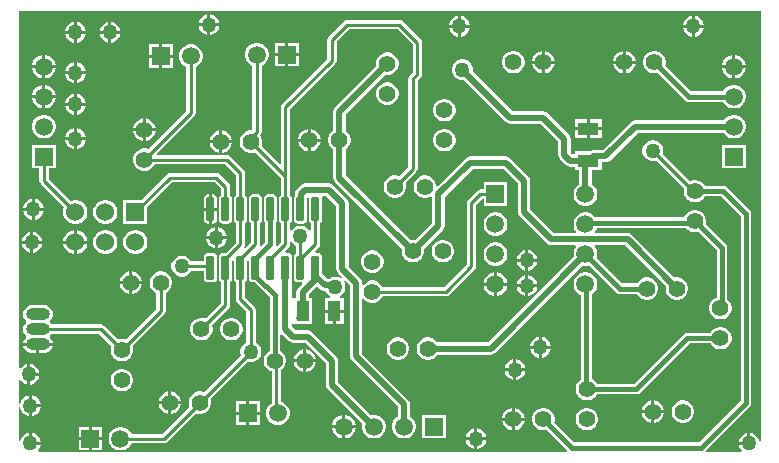
<source format=gtl>
G04*
G04 #@! TF.GenerationSoftware,Altium Limited,Altium Designer,22.2.1 (43)*
G04*
G04 Layer_Physical_Order=1*
G04 Layer_Color=255*
%FSLAX25Y25*%
%MOIN*%
G70*
G04*
G04 #@! TF.SameCoordinates,22AEFC0F-6C44-4056-8772-BC97FD4EFD78*
G04*
G04*
G04 #@! TF.FilePolarity,Positive*
G04*
G01*
G75*
%ADD11C,0.01000*%
%ADD15R,0.04331X0.06693*%
G04:AMPARAMS|DCode=16|XSize=77.56mil|YSize=23.62mil|CornerRadius=2.95mil|HoleSize=0mil|Usage=FLASHONLY|Rotation=270.000|XOffset=0mil|YOffset=0mil|HoleType=Round|Shape=RoundedRectangle|*
%AMROUNDEDRECTD16*
21,1,0.07756,0.01772,0,0,270.0*
21,1,0.07165,0.02362,0,0,270.0*
1,1,0.00591,-0.00886,-0.03583*
1,1,0.00591,-0.00886,0.03583*
1,1,0.00591,0.00886,0.03583*
1,1,0.00591,0.00886,-0.03583*
%
%ADD16ROUNDEDRECTD16*%
%ADD17R,0.06693X0.04331*%
%ADD32C,0.02000*%
%ADD33C,0.01500*%
%ADD34C,0.05937*%
%ADD35R,0.05937X0.05937*%
%ADD36C,0.05512*%
%ADD37R,0.05906X0.05906*%
%ADD38C,0.05906*%
%ADD39R,0.05906X0.05906*%
%ADD40R,0.06000X0.06000*%
%ADD41C,0.06000*%
%ADD42O,0.07874X0.03937*%
%ADD43O,0.07874X0.03937*%
%ADD44C,0.05000*%
G36*
X248971Y5136D02*
X248471Y5071D01*
X248261Y5851D01*
X247801Y6649D01*
X247149Y7301D01*
X246351Y7762D01*
X245500Y7989D01*
Y4500D01*
X245000D01*
Y4000D01*
X241511D01*
X241739Y3149D01*
X242199Y2351D01*
X242521Y2029D01*
X242314Y1529D01*
X230760D01*
X230553Y2029D01*
X245262Y16738D01*
X245262Y16738D01*
X245649Y17317D01*
X245784Y18000D01*
Y81000D01*
X245649Y81683D01*
X245262Y82262D01*
X237762Y89762D01*
X237183Y90149D01*
X236500Y90284D01*
X230307D01*
X230006Y90806D01*
X229306Y91505D01*
X228450Y92000D01*
X227495Y92256D01*
X226505D01*
X225550Y92000D01*
X225305Y91858D01*
X216315Y100848D01*
X216500Y101539D01*
Y102461D01*
X216262Y103351D01*
X215801Y104149D01*
X215149Y104801D01*
X214351Y105262D01*
X213461Y105500D01*
X212539D01*
X211649Y105262D01*
X210851Y104801D01*
X210199Y104149D01*
X209738Y103351D01*
X209500Y102461D01*
Y101539D01*
X209738Y100649D01*
X210199Y99851D01*
X210851Y99199D01*
X211649Y98738D01*
X212539Y98500D01*
X213461D01*
X214152Y98685D01*
X223371Y89467D01*
X223244Y88994D01*
Y88006D01*
X223500Y87050D01*
X223994Y86194D01*
X224694Y85495D01*
X225550Y85000D01*
X226505Y84744D01*
X227495D01*
X228450Y85000D01*
X229306Y85495D01*
X230006Y86194D01*
X230307Y86716D01*
X235761D01*
X242216Y80261D01*
Y18739D01*
X228261Y4784D01*
X186739D01*
X180100Y11423D01*
X180256Y12005D01*
Y12994D01*
X180000Y13950D01*
X179506Y14806D01*
X178806Y15506D01*
X177950Y16000D01*
X176995Y16256D01*
X176005D01*
X175050Y16000D01*
X174194Y15506D01*
X173495Y14806D01*
X173000Y13950D01*
X172744Y12994D01*
Y12005D01*
X173000Y11050D01*
X173495Y10194D01*
X174194Y9494D01*
X175050Y9000D01*
X176005Y8744D01*
X176995D01*
X177577Y8900D01*
X184447Y2029D01*
X184240Y1529D01*
X8186D01*
X7979Y2029D01*
X8301Y2351D01*
X8761Y3149D01*
X8990Y4000D01*
X5500D01*
Y4500D01*
X5000D01*
Y7989D01*
X4149Y7762D01*
X3351Y7301D01*
X2699Y6649D01*
X2238Y5851D01*
X2029Y5071D01*
X1529Y5136D01*
Y16364D01*
X2029Y16430D01*
X2238Y15649D01*
X2699Y14851D01*
X3351Y14199D01*
X4149Y13738D01*
X5000Y13510D01*
Y17000D01*
Y20490D01*
X4149Y20261D01*
X3351Y19801D01*
X2699Y19149D01*
X2238Y18351D01*
X2029Y17571D01*
X1529Y17636D01*
Y25511D01*
X2029Y25645D01*
X2199Y25351D01*
X2851Y24699D01*
X3649Y24238D01*
X4500Y24011D01*
Y27500D01*
Y30990D01*
X3649Y30762D01*
X2851Y30301D01*
X2199Y29649D01*
X2029Y29355D01*
X1529Y29489D01*
Y148471D01*
X248971D01*
Y5136D01*
D02*
G37*
%LPC*%
G36*
X65500Y147490D02*
Y144500D01*
X68489D01*
X68261Y145351D01*
X67801Y146149D01*
X67149Y146801D01*
X66351Y147262D01*
X65500Y147490D01*
D02*
G37*
G36*
X64500D02*
X63649Y147262D01*
X62851Y146801D01*
X62199Y146149D01*
X61739Y145351D01*
X61510Y144500D01*
X64500D01*
Y147490D01*
D02*
G37*
G36*
X227000Y146990D02*
Y144000D01*
X229990D01*
X229762Y144851D01*
X229301Y145649D01*
X228649Y146301D01*
X227851Y146762D01*
X227000Y146990D01*
D02*
G37*
G36*
X226000D02*
X225149Y146762D01*
X224351Y146301D01*
X223699Y145649D01*
X223238Y144851D01*
X223010Y144000D01*
X226000D01*
Y146990D01*
D02*
G37*
G36*
X149000D02*
Y144000D01*
X151989D01*
X151761Y144851D01*
X151301Y145649D01*
X150649Y146301D01*
X149851Y146762D01*
X149000Y146990D01*
D02*
G37*
G36*
X148000D02*
X147149Y146762D01*
X146351Y146301D01*
X145699Y145649D01*
X145238Y144851D01*
X145010Y144000D01*
X148000D01*
Y146990D01*
D02*
G37*
G36*
X32500Y144990D02*
Y142000D01*
X35489D01*
X35261Y142851D01*
X34801Y143649D01*
X34149Y144301D01*
X33351Y144762D01*
X32500Y144990D01*
D02*
G37*
G36*
X31500D02*
X30649Y144762D01*
X29851Y144301D01*
X29199Y143649D01*
X28738Y142851D01*
X28510Y142000D01*
X31500D01*
Y144990D01*
D02*
G37*
G36*
X21000D02*
Y142000D01*
X23990D01*
X23762Y142851D01*
X23301Y143649D01*
X22649Y144301D01*
X21851Y144762D01*
X21000Y144990D01*
D02*
G37*
G36*
X20000D02*
X19149Y144762D01*
X18351Y144301D01*
X17699Y143649D01*
X17239Y142851D01*
X17010Y142000D01*
X20000D01*
Y144990D01*
D02*
G37*
G36*
X68489Y143500D02*
X65500D01*
Y140510D01*
X66351Y140738D01*
X67149Y141199D01*
X67801Y141851D01*
X68261Y142649D01*
X68489Y143500D01*
D02*
G37*
G36*
X64500D02*
X61510D01*
X61739Y142649D01*
X62199Y141851D01*
X62851Y141199D01*
X63649Y140738D01*
X64500Y140510D01*
Y143500D01*
D02*
G37*
G36*
X229990Y143000D02*
X227000D01*
Y140010D01*
X227851Y140238D01*
X228649Y140699D01*
X229301Y141351D01*
X229762Y142149D01*
X229990Y143000D01*
D02*
G37*
G36*
X226000D02*
X223010D01*
X223238Y142149D01*
X223699Y141351D01*
X224351Y140699D01*
X225149Y140238D01*
X226000Y140010D01*
Y143000D01*
D02*
G37*
G36*
X151989D02*
X149000D01*
Y140010D01*
X149851Y140238D01*
X150649Y140699D01*
X151301Y141351D01*
X151761Y142149D01*
X151989Y143000D01*
D02*
G37*
G36*
X148000D02*
X145010D01*
X145238Y142149D01*
X145699Y141351D01*
X146351Y140699D01*
X147149Y140238D01*
X148000Y140010D01*
Y143000D01*
D02*
G37*
G36*
X35489Y141000D02*
X32500D01*
Y138011D01*
X33351Y138239D01*
X34149Y138699D01*
X34801Y139351D01*
X35261Y140149D01*
X35489Y141000D01*
D02*
G37*
G36*
X31500D02*
X28510D01*
X28738Y140149D01*
X29199Y139351D01*
X29851Y138699D01*
X30649Y138239D01*
X31500Y138011D01*
Y141000D01*
D02*
G37*
G36*
X23990D02*
X21000D01*
Y138011D01*
X21851Y138239D01*
X22649Y138699D01*
X23301Y139351D01*
X23762Y140149D01*
X23990Y141000D01*
D02*
G37*
G36*
X20000D02*
X17010D01*
X17239Y140149D01*
X17699Y139351D01*
X18351Y138699D01*
X19149Y138239D01*
X20000Y138011D01*
Y141000D01*
D02*
G37*
G36*
X94953Y137953D02*
X91500D01*
Y134500D01*
X94953D01*
Y137953D01*
D02*
G37*
G36*
X90500D02*
X87047D01*
Y134500D01*
X90500D01*
Y137953D01*
D02*
G37*
G36*
X52953Y137453D02*
X49500D01*
Y134000D01*
X52953D01*
Y137453D01*
D02*
G37*
G36*
X48500D02*
X45047D01*
Y134000D01*
X48500D01*
Y137453D01*
D02*
G37*
G36*
X177000Y135254D02*
Y132000D01*
X180254D01*
X180000Y132950D01*
X179506Y133806D01*
X178806Y134505D01*
X177950Y135000D01*
X177000Y135254D01*
D02*
G37*
G36*
X204000D02*
Y132000D01*
X207254D01*
X207000Y132950D01*
X206505Y133806D01*
X205806Y134505D01*
X204950Y135000D01*
X204000Y135254D01*
D02*
G37*
G36*
X203000D02*
X202050Y135000D01*
X201194Y134505D01*
X200495Y133806D01*
X200000Y132950D01*
X199746Y132000D01*
X203000D01*
Y135254D01*
D02*
G37*
G36*
X176000D02*
X175050Y135000D01*
X174194Y134505D01*
X173495Y133806D01*
X173000Y132950D01*
X172746Y132000D01*
X176000D01*
Y135254D01*
D02*
G37*
G36*
X240520Y133953D02*
X240500D01*
Y130500D01*
X243953D01*
Y130520D01*
X243683Y131526D01*
X243163Y132427D01*
X242427Y133163D01*
X241526Y133683D01*
X240520Y133953D01*
D02*
G37*
G36*
X10520D02*
X10500D01*
Y130500D01*
X13953D01*
Y130520D01*
X13683Y131526D01*
X13163Y132427D01*
X12427Y133163D01*
X11526Y133683D01*
X10520Y133953D01*
D02*
G37*
G36*
X9500D02*
X9480D01*
X8474Y133683D01*
X7573Y133163D01*
X6837Y132427D01*
X6317Y131526D01*
X6047Y130520D01*
Y130500D01*
X9500D01*
Y133953D01*
D02*
G37*
G36*
X239500D02*
X239480D01*
X238474Y133683D01*
X237573Y133163D01*
X236837Y132427D01*
X236317Y131526D01*
X236047Y130520D01*
Y130500D01*
X239500D01*
Y133953D01*
D02*
G37*
G36*
X94953Y133500D02*
X91500D01*
Y130047D01*
X94953D01*
Y133500D01*
D02*
G37*
G36*
X90500D02*
X87047D01*
Y130047D01*
X90500D01*
Y133500D01*
D02*
G37*
G36*
X52953Y133000D02*
X49500D01*
Y129547D01*
X52953D01*
Y133000D01*
D02*
G37*
G36*
X48500D02*
X45047D01*
Y129547D01*
X48500D01*
Y133000D01*
D02*
G37*
G36*
X21000Y131490D02*
Y128500D01*
X23990D01*
X23762Y129351D01*
X23301Y130149D01*
X22649Y130801D01*
X21851Y131262D01*
X21000Y131490D01*
D02*
G37*
G36*
X20000D02*
X19149Y131262D01*
X18351Y130801D01*
X17699Y130149D01*
X17239Y129351D01*
X17010Y128500D01*
X20000D01*
Y131490D01*
D02*
G37*
G36*
X180254Y131000D02*
X177000D01*
Y127746D01*
X177950Y128000D01*
X178806Y128495D01*
X179506Y129194D01*
X180000Y130050D01*
X180254Y131000D01*
D02*
G37*
G36*
X207254D02*
X204000D01*
Y127746D01*
X204950Y128000D01*
X205806Y128495D01*
X206505Y129194D01*
X207000Y130050D01*
X207254Y131000D01*
D02*
G37*
G36*
X203000D02*
X199746D01*
X200000Y130050D01*
X200495Y129194D01*
X201194Y128495D01*
X202050Y128000D01*
X203000Y127746D01*
Y131000D01*
D02*
G37*
G36*
X176000D02*
X172746D01*
X173000Y130050D01*
X173495Y129194D01*
X174194Y128495D01*
X175050Y128000D01*
X176000Y127746D01*
Y131000D01*
D02*
G37*
G36*
X166995Y135256D02*
X166006D01*
X165050Y135000D01*
X164194Y134505D01*
X163495Y133806D01*
X163000Y132950D01*
X162744Y131994D01*
Y131006D01*
X163000Y130050D01*
X163495Y129194D01*
X164194Y128495D01*
X165050Y128000D01*
X166006Y127744D01*
X166995D01*
X167950Y128000D01*
X168806Y128495D01*
X169506Y129194D01*
X170000Y130050D01*
X170256Y131006D01*
Y131994D01*
X170000Y132950D01*
X169506Y133806D01*
X168806Y134505D01*
X167950Y135000D01*
X166995Y135256D01*
D02*
G37*
G36*
X124995Y134756D02*
X124005D01*
X123050Y134500D01*
X122194Y134005D01*
X121494Y133306D01*
X121000Y132450D01*
X120744Y131494D01*
Y130506D01*
X120824Y130208D01*
X107058Y116442D01*
X106616Y115780D01*
X106461Y115000D01*
Y108660D01*
X106194Y108505D01*
X105494Y107806D01*
X105000Y106950D01*
X104744Y105994D01*
Y105006D01*
X105000Y104050D01*
X105494Y103194D01*
X106194Y102495D01*
X106461Y102340D01*
Y93000D01*
X106616Y92220D01*
X107058Y91558D01*
X129324Y69292D01*
X129244Y68994D01*
Y68006D01*
X129500Y67050D01*
X129994Y66194D01*
X130694Y65495D01*
X131550Y65000D01*
X132506Y64744D01*
X133494D01*
X134450Y65000D01*
X135306Y65495D01*
X136005Y66194D01*
X136500Y67050D01*
X136756Y68006D01*
Y68994D01*
X136676Y69292D01*
X142942Y75558D01*
X142942Y75558D01*
X143384Y76220D01*
X143539Y77000D01*
X143539Y77000D01*
Y86655D01*
X152845Y95961D01*
X163155D01*
X167961Y91155D01*
Y81500D01*
X168116Y80720D01*
X168558Y80058D01*
X177590Y71027D01*
X177590Y71027D01*
X178251Y70585D01*
X179032Y70429D01*
X179032Y70429D01*
X187164D01*
X187355Y69967D01*
X187324Y69937D01*
X186802Y69032D01*
X186531Y68023D01*
Y66978D01*
X186650Y66534D01*
X158155Y38039D01*
X141160D01*
X141006Y38306D01*
X140306Y39006D01*
X139450Y39500D01*
X138495Y39756D01*
X137505D01*
X136550Y39500D01*
X135694Y39006D01*
X134994Y38306D01*
X134500Y37450D01*
X134244Y36494D01*
Y35506D01*
X134500Y34550D01*
X134994Y33694D01*
X135694Y32994D01*
X136550Y32500D01*
X137505Y32244D01*
X138495D01*
X139450Y32500D01*
X140306Y32994D01*
X141006Y33694D01*
X141160Y33961D01*
X159000D01*
X159780Y34116D01*
X160442Y34558D01*
X189534Y63650D01*
X189978Y63532D01*
X191023D01*
X191750Y63727D01*
X200738Y54738D01*
X200738Y54738D01*
X201317Y54352D01*
X202000Y54216D01*
X202000Y54216D01*
X207693D01*
X207995Y53694D01*
X208694Y52995D01*
X209550Y52500D01*
X210506Y52244D01*
X211494D01*
X212450Y52500D01*
X213306Y52995D01*
X214005Y53694D01*
X214500Y54550D01*
X214756Y55506D01*
Y56494D01*
X214500Y57450D01*
X214005Y58306D01*
X213306Y59005D01*
X212450Y59500D01*
X211494Y59756D01*
X210506D01*
X209550Y59500D01*
X208694Y59005D01*
X207995Y58306D01*
X207693Y57784D01*
X202739D01*
X194273Y66250D01*
X194468Y66978D01*
Y68023D01*
X194198Y69032D01*
X193676Y69937D01*
X193645Y69967D01*
X193836Y70429D01*
X203687D01*
X217324Y56792D01*
X217244Y56494D01*
Y55506D01*
X217500Y54550D01*
X217994Y53694D01*
X218694Y52995D01*
X219550Y52500D01*
X220505Y52244D01*
X221495D01*
X222450Y52500D01*
X223306Y52995D01*
X224006Y53694D01*
X224500Y54550D01*
X224756Y55506D01*
Y56494D01*
X224500Y57450D01*
X224006Y58306D01*
X223306Y59005D01*
X222450Y59500D01*
X221495Y59756D01*
X220505D01*
X220208Y59676D01*
X205973Y73910D01*
X205312Y74353D01*
X204532Y74508D01*
X193773D01*
X193582Y74970D01*
X193676Y75063D01*
X194198Y75968D01*
X194264Y76216D01*
X223982D01*
X223994Y76194D01*
X224694Y75494D01*
X225550Y75000D01*
X226505Y74744D01*
X227495D01*
X228077Y74900D01*
X234216Y68761D01*
Y53044D01*
X234050Y53000D01*
X233194Y52505D01*
X232494Y51806D01*
X232000Y50950D01*
X231744Y49995D01*
Y49005D01*
X232000Y48050D01*
X232494Y47194D01*
X233194Y46494D01*
X234050Y46000D01*
X235005Y45744D01*
X235995D01*
X236950Y46000D01*
X237806Y46494D01*
X238506Y47194D01*
X239000Y48050D01*
X239256Y49005D01*
Y49995D01*
X239000Y50950D01*
X238506Y51806D01*
X237806Y52505D01*
X237784Y52518D01*
Y69500D01*
X237649Y70183D01*
X237262Y70762D01*
X230600Y77423D01*
X230756Y78005D01*
Y78995D01*
X230500Y79950D01*
X230006Y80806D01*
X229306Y81506D01*
X228450Y82000D01*
X227495Y82256D01*
X226505D01*
X225550Y82000D01*
X224694Y81506D01*
X223994Y80806D01*
X223500Y79950D01*
X223456Y79784D01*
X193764D01*
X193676Y79937D01*
X192937Y80676D01*
X192032Y81198D01*
X191023Y81468D01*
X189978D01*
X188968Y81198D01*
X188063Y80676D01*
X187324Y79937D01*
X186802Y79032D01*
X186531Y78022D01*
Y76977D01*
X186802Y75968D01*
X187324Y75063D01*
X187418Y74970D01*
X187227Y74508D01*
X179876D01*
X172039Y82345D01*
Y92000D01*
X171884Y92780D01*
X171442Y93442D01*
X165442Y99442D01*
X164780Y99884D01*
X164000Y100039D01*
X152000D01*
X151220Y99884D01*
X150558Y99442D01*
X141218Y90102D01*
X140756Y90293D01*
Y90495D01*
X140500Y91450D01*
X140006Y92306D01*
X139306Y93006D01*
X138450Y93500D01*
X137495Y93756D01*
X136505D01*
X135550Y93500D01*
X134694Y93006D01*
X133994Y92306D01*
X133500Y91450D01*
X133244Y90495D01*
Y89505D01*
X133500Y88550D01*
X133994Y87694D01*
X134694Y86994D01*
X135550Y86500D01*
X136505Y86244D01*
X137495D01*
X138450Y86500D01*
X138961Y86795D01*
X139461Y86506D01*
Y77845D01*
X133792Y72176D01*
X133494Y72256D01*
X132506D01*
X132208Y72176D01*
X110539Y93845D01*
Y102340D01*
X110806Y102495D01*
X111505Y103194D01*
X112000Y104050D01*
X112256Y105006D01*
Y105994D01*
X112000Y106950D01*
X111505Y107806D01*
X110806Y108505D01*
X110539Y108660D01*
Y114155D01*
X123708Y127324D01*
X124005Y127244D01*
X124995D01*
X125950Y127500D01*
X126806Y127995D01*
X127506Y128694D01*
X128000Y129550D01*
X128256Y130506D01*
Y131494D01*
X128000Y132450D01*
X127506Y133306D01*
X126806Y134005D01*
X125950Y134500D01*
X124995Y134756D01*
D02*
G37*
G36*
X243953Y129500D02*
X240500D01*
Y126047D01*
X240520D01*
X241526Y126317D01*
X242427Y126837D01*
X243163Y127573D01*
X243683Y128474D01*
X243953Y129480D01*
Y129500D01*
D02*
G37*
G36*
X239500D02*
X236047D01*
Y129480D01*
X236317Y128474D01*
X236837Y127573D01*
X237573Y126837D01*
X238474Y126317D01*
X239480Y126047D01*
X239500D01*
Y129500D01*
D02*
G37*
G36*
X13953D02*
X10500D01*
Y126047D01*
X10520D01*
X11526Y126317D01*
X12427Y126837D01*
X13163Y127573D01*
X13683Y128474D01*
X13953Y129480D01*
Y129500D01*
D02*
G37*
G36*
X9500D02*
X6047D01*
Y129480D01*
X6317Y128474D01*
X6837Y127573D01*
X7573Y126837D01*
X8474Y126317D01*
X9480Y126047D01*
X9500D01*
Y129500D01*
D02*
G37*
G36*
X23990Y127500D02*
X21000D01*
Y124511D01*
X21851Y124739D01*
X22649Y125199D01*
X23301Y125851D01*
X23762Y126649D01*
X23990Y127500D01*
D02*
G37*
G36*
X20000D02*
X17010D01*
X17239Y126649D01*
X17699Y125851D01*
X18351Y125199D01*
X19149Y124739D01*
X20000Y124511D01*
Y127500D01*
D02*
G37*
G36*
X10520Y123953D02*
X10500D01*
Y120500D01*
X13953D01*
Y120520D01*
X13683Y121526D01*
X13163Y122427D01*
X12427Y123163D01*
X11526Y123683D01*
X10520Y123953D01*
D02*
G37*
G36*
X9500D02*
X9480D01*
X8474Y123683D01*
X7573Y123163D01*
X6837Y122427D01*
X6317Y121526D01*
X6047Y120520D01*
Y120500D01*
X9500D01*
Y123953D01*
D02*
G37*
G36*
X21000Y120990D02*
Y118000D01*
X23990D01*
X23762Y118851D01*
X23301Y119649D01*
X22649Y120301D01*
X21851Y120762D01*
X21000Y120990D01*
D02*
G37*
G36*
X20000D02*
X19149Y120762D01*
X18351Y120301D01*
X17699Y119649D01*
X17239Y118851D01*
X17010Y118000D01*
X20000D01*
Y120990D01*
D02*
G37*
G36*
X124995Y124756D02*
X124005D01*
X123050Y124500D01*
X122194Y124005D01*
X121494Y123306D01*
X121000Y122450D01*
X120744Y121494D01*
Y120505D01*
X121000Y119550D01*
X121494Y118694D01*
X122194Y117994D01*
X123050Y117500D01*
X124005Y117244D01*
X124995D01*
X125950Y117500D01*
X126806Y117994D01*
X127506Y118694D01*
X128000Y119550D01*
X128256Y120505D01*
Y121494D01*
X128000Y122450D01*
X127506Y123306D01*
X126806Y124005D01*
X125950Y124500D01*
X124995Y124756D01*
D02*
G37*
G36*
X213995Y135256D02*
X213005D01*
X212050Y135000D01*
X211194Y134505D01*
X210494Y133806D01*
X210000Y132950D01*
X209744Y131994D01*
Y131006D01*
X210000Y130050D01*
X210494Y129194D01*
X211194Y128495D01*
X212050Y128000D01*
X213005Y127744D01*
X213995D01*
X214577Y127900D01*
X223738Y118738D01*
X223738Y118738D01*
X224317Y118351D01*
X225000Y118216D01*
X225000Y118216D01*
X236466D01*
X236837Y117573D01*
X237573Y116837D01*
X238474Y116317D01*
X239480Y116047D01*
X240520D01*
X241526Y116317D01*
X242427Y116837D01*
X243163Y117573D01*
X243683Y118474D01*
X243953Y119480D01*
Y120520D01*
X243683Y121526D01*
X243163Y122427D01*
X242427Y123163D01*
X241526Y123683D01*
X240520Y123953D01*
X239480D01*
X238474Y123683D01*
X237573Y123163D01*
X236837Y122427D01*
X236466Y121784D01*
X225739D01*
X217100Y130423D01*
X217256Y131006D01*
Y131994D01*
X217000Y132950D01*
X216506Y133806D01*
X215806Y134505D01*
X214950Y135000D01*
X213995Y135256D01*
D02*
G37*
G36*
X13953Y119500D02*
X10500D01*
Y116047D01*
X10520D01*
X11526Y116317D01*
X12427Y116837D01*
X13163Y117573D01*
X13683Y118474D01*
X13953Y119480D01*
Y119500D01*
D02*
G37*
G36*
X9500D02*
X6047D01*
Y119480D01*
X6317Y118474D01*
X6837Y117573D01*
X7573Y116837D01*
X8474Y116317D01*
X9480Y116047D01*
X9500D01*
Y119500D01*
D02*
G37*
G36*
X23990Y117000D02*
X21000D01*
Y114011D01*
X21851Y114239D01*
X22649Y114699D01*
X23301Y115351D01*
X23762Y116149D01*
X23990Y117000D01*
D02*
G37*
G36*
X20000D02*
X17010D01*
X17239Y116149D01*
X17699Y115351D01*
X18351Y114699D01*
X19149Y114239D01*
X20000Y114011D01*
Y117000D01*
D02*
G37*
G36*
X143994Y119256D02*
X143006D01*
X142050Y119000D01*
X141194Y118506D01*
X140495Y117806D01*
X140000Y116950D01*
X139744Y115995D01*
Y115006D01*
X140000Y114050D01*
X140495Y113194D01*
X141194Y112495D01*
X142050Y112000D01*
X143006Y111744D01*
X143994D01*
X144950Y112000D01*
X145806Y112495D01*
X146505Y113194D01*
X147000Y114050D01*
X147256Y115006D01*
Y115995D01*
X147000Y116950D01*
X146505Y117806D01*
X145806Y118506D01*
X144950Y119000D01*
X143994Y119256D01*
D02*
G37*
G36*
X195846Y112480D02*
X192000D01*
Y109815D01*
X195846D01*
Y112480D01*
D02*
G37*
G36*
X191000D02*
X187153D01*
Y109815D01*
X191000D01*
Y112480D01*
D02*
G37*
G36*
X44000Y112754D02*
Y109500D01*
X47254D01*
X47000Y110450D01*
X46505Y111306D01*
X45806Y112005D01*
X44950Y112500D01*
X44000Y112754D01*
D02*
G37*
G36*
X43000D02*
X42050Y112500D01*
X41194Y112005D01*
X40494Y111306D01*
X40000Y110450D01*
X39746Y109500D01*
X43000D01*
Y112754D01*
D02*
G37*
G36*
X21000Y109490D02*
Y106500D01*
X23990D01*
X23762Y107351D01*
X23301Y108149D01*
X22649Y108801D01*
X21851Y109262D01*
X21000Y109490D01*
D02*
G37*
G36*
X20000D02*
X19149Y109262D01*
X18351Y108801D01*
X17699Y108149D01*
X17239Y107351D01*
X17010Y106500D01*
X20000D01*
Y109490D01*
D02*
G37*
G36*
X195846Y108815D02*
X192000D01*
Y106150D01*
X195846D01*
Y108815D01*
D02*
G37*
G36*
X191000D02*
X187153D01*
Y106150D01*
X191000D01*
Y108815D01*
D02*
G37*
G36*
X149961Y132500D02*
X149039D01*
X148149Y132262D01*
X147351Y131801D01*
X146699Y131149D01*
X146239Y130351D01*
X146000Y129461D01*
Y128539D01*
X146239Y127649D01*
X146699Y126851D01*
X147351Y126199D01*
X148149Y125739D01*
X149039Y125500D01*
X149961D01*
X150083Y125533D01*
X164058Y111558D01*
X164720Y111116D01*
X165500Y110961D01*
X175655D01*
X181461Y105155D01*
Y100500D01*
X181616Y99720D01*
X182058Y99058D01*
X183873Y97243D01*
X184535Y96801D01*
X185315Y96646D01*
X187153D01*
Y95520D01*
X188461D01*
Y90905D01*
X188063Y90676D01*
X187324Y89937D01*
X186802Y89032D01*
X186531Y88023D01*
Y86977D01*
X186802Y85968D01*
X187324Y85063D01*
X188063Y84324D01*
X188968Y83802D01*
X189978Y83531D01*
X191023D01*
X192032Y83802D01*
X192937Y84324D01*
X193676Y85063D01*
X194198Y85968D01*
X194468Y86977D01*
Y88023D01*
X194198Y89032D01*
X193676Y89937D01*
X192937Y90676D01*
X192539Y90905D01*
Y95520D01*
X195846D01*
Y98057D01*
X197097D01*
X197877Y98212D01*
X198538Y98655D01*
X207845Y107961D01*
X236613D01*
X236837Y107573D01*
X237573Y106837D01*
X238474Y106317D01*
X239480Y106047D01*
X240520D01*
X241526Y106317D01*
X242427Y106837D01*
X243163Y107573D01*
X243683Y108474D01*
X243953Y109480D01*
Y110520D01*
X243683Y111526D01*
X243163Y112427D01*
X242427Y113163D01*
X241526Y113683D01*
X240520Y113953D01*
X239480D01*
X238474Y113683D01*
X237573Y113163D01*
X236837Y112427D01*
X236613Y112039D01*
X207000D01*
X206220Y111884D01*
X205558Y111442D01*
X196252Y102136D01*
X192911D01*
X192131Y101980D01*
X191937Y101850D01*
X187153D01*
Y100724D01*
X186160D01*
X185539Y101345D01*
Y106000D01*
X185384Y106780D01*
X184942Y107442D01*
X184942Y107442D01*
X177942Y114442D01*
X177280Y114884D01*
X176500Y115039D01*
X166345D01*
X152967Y128417D01*
X153000Y128539D01*
Y129461D01*
X152761Y130351D01*
X152301Y131149D01*
X151649Y131801D01*
X150851Y132262D01*
X149961Y132500D01*
D02*
G37*
G36*
X10520Y113953D02*
X9480D01*
X8474Y113683D01*
X7573Y113163D01*
X6837Y112427D01*
X6317Y111526D01*
X6047Y110520D01*
Y109480D01*
X6317Y108474D01*
X6837Y107573D01*
X7573Y106837D01*
X8474Y106317D01*
X9480Y106047D01*
X10520D01*
X11526Y106317D01*
X12427Y106837D01*
X13163Y107573D01*
X13683Y108474D01*
X13953Y109480D01*
Y110520D01*
X13683Y111526D01*
X13163Y112427D01*
X12427Y113163D01*
X11526Y113683D01*
X10520Y113953D01*
D02*
G37*
G36*
X99000Y109254D02*
Y106000D01*
X102254D01*
X102000Y106950D01*
X101505Y107806D01*
X100806Y108505D01*
X99950Y109000D01*
X99000Y109254D01*
D02*
G37*
G36*
X98000D02*
X97050Y109000D01*
X96194Y108505D01*
X95495Y107806D01*
X95000Y106950D01*
X94746Y106000D01*
X98000D01*
Y109254D01*
D02*
G37*
G36*
X69500Y108754D02*
Y105500D01*
X72754D01*
X72500Y106450D01*
X72005Y107306D01*
X71306Y108005D01*
X70450Y108500D01*
X69500Y108754D01*
D02*
G37*
G36*
X68500D02*
X67550Y108500D01*
X66694Y108005D01*
X65995Y107306D01*
X65500Y106450D01*
X65246Y105500D01*
X68500D01*
Y108754D01*
D02*
G37*
G36*
X47254Y108500D02*
X44000D01*
Y105246D01*
X44950Y105500D01*
X45806Y105994D01*
X46505Y106694D01*
X47000Y107550D01*
X47254Y108500D01*
D02*
G37*
G36*
X43000D02*
X39746D01*
X40000Y107550D01*
X40494Y106694D01*
X41194Y105994D01*
X42050Y105500D01*
X43000Y105246D01*
Y108500D01*
D02*
G37*
G36*
X23990Y105500D02*
X21000D01*
Y102510D01*
X21851Y102738D01*
X22649Y103199D01*
X23301Y103851D01*
X23762Y104649D01*
X23990Y105500D01*
D02*
G37*
G36*
X20000D02*
X17010D01*
X17239Y104649D01*
X17699Y103851D01*
X18351Y103199D01*
X19149Y102738D01*
X20000Y102510D01*
Y105500D01*
D02*
G37*
G36*
X102254Y105000D02*
X99000D01*
Y101746D01*
X99950Y102000D01*
X100806Y102495D01*
X101505Y103194D01*
X102000Y104050D01*
X102254Y105000D01*
D02*
G37*
G36*
X98000D02*
X94746D01*
X95000Y104050D01*
X95495Y103194D01*
X96194Y102495D01*
X97050Y102000D01*
X98000Y101746D01*
Y105000D01*
D02*
G37*
G36*
X143994Y109256D02*
X143006D01*
X142050Y109000D01*
X141194Y108505D01*
X140495Y107806D01*
X140000Y106950D01*
X139744Y105994D01*
Y105006D01*
X140000Y104050D01*
X140495Y103194D01*
X141194Y102495D01*
X142050Y102000D01*
X143006Y101744D01*
X143994D01*
X144950Y102000D01*
X145806Y102495D01*
X146505Y103194D01*
X147000Y104050D01*
X147256Y105006D01*
Y105994D01*
X147000Y106950D01*
X146505Y107806D01*
X145806Y108505D01*
X144950Y109000D01*
X143994Y109256D01*
D02*
G37*
G36*
X72754Y104500D02*
X69500D01*
Y101246D01*
X70450Y101500D01*
X71306Y101995D01*
X72005Y102694D01*
X72500Y103550D01*
X72754Y104500D01*
D02*
G37*
G36*
X68500D02*
X65246D01*
X65500Y103550D01*
X65995Y102694D01*
X66694Y101995D01*
X67550Y101500D01*
X68500Y101246D01*
Y104500D01*
D02*
G37*
G36*
X243953Y103953D02*
X236047D01*
Y96047D01*
X243953D01*
Y103953D01*
D02*
G37*
G36*
X128500Y145529D02*
X111000D01*
X110415Y145413D01*
X109919Y145081D01*
X104919Y140081D01*
X104587Y139585D01*
X104471Y139000D01*
Y132633D01*
X89419Y117581D01*
X89087Y117085D01*
X88971Y116500D01*
Y97846D01*
X88509Y97654D01*
X82524Y103639D01*
X82756Y104506D01*
Y105494D01*
X82500Y106450D01*
X82092Y107156D01*
X82413Y107636D01*
X82529Y108221D01*
Y130319D01*
X83427Y130837D01*
X84163Y131573D01*
X84683Y132474D01*
X84953Y133480D01*
Y134520D01*
X84683Y135526D01*
X84163Y136427D01*
X83427Y137163D01*
X82526Y137683D01*
X81520Y137953D01*
X80480D01*
X79474Y137683D01*
X78573Y137163D01*
X77837Y136427D01*
X77317Y135526D01*
X77047Y134520D01*
Y133480D01*
X77317Y132474D01*
X77837Y131573D01*
X78573Y130837D01*
X79471Y130319D01*
Y108854D01*
X79372Y108756D01*
X78505D01*
X77550Y108500D01*
X76694Y108005D01*
X75994Y107306D01*
X75500Y106450D01*
X75244Y105494D01*
Y104506D01*
X75500Y103550D01*
X75994Y102694D01*
X76694Y101995D01*
X77550Y101500D01*
X78505Y101244D01*
X79495D01*
X80361Y101476D01*
X88971Y92866D01*
Y87211D01*
X88680Y87016D01*
X88394Y86588D01*
X88293Y86083D01*
Y78917D01*
X88394Y78412D01*
X88680Y77983D01*
X88971Y77789D01*
Y71342D01*
X87659Y70031D01*
X87198Y70277D01*
X87284Y70709D01*
X87284Y70709D01*
Y77960D01*
X87320Y77983D01*
X87606Y78412D01*
X87707Y78917D01*
Y86083D01*
X87606Y86588D01*
X87320Y87016D01*
X86891Y87303D01*
X86386Y87403D01*
X84614D01*
X84109Y87303D01*
X83680Y87016D01*
X83394Y86588D01*
X83293Y86083D01*
Y78917D01*
X83394Y78412D01*
X83680Y77983D01*
X83716Y77960D01*
Y71448D01*
X82431Y70163D01*
X81970Y70409D01*
X82029Y70709D01*
Y77789D01*
X82320Y77983D01*
X82606Y78412D01*
X82706Y78917D01*
Y86083D01*
X82606Y86588D01*
X82320Y87016D01*
X81891Y87303D01*
X81386Y87403D01*
X79614D01*
X79109Y87303D01*
X78680Y87016D01*
X78394Y86588D01*
X78294Y86083D01*
Y78917D01*
X78394Y78412D01*
X78680Y77983D01*
X78971Y77789D01*
Y71342D01*
X77036Y69408D01*
X76648Y69726D01*
X76913Y70123D01*
X77029Y70709D01*
Y77789D01*
X77320Y77983D01*
X77606Y78412D01*
X77706Y78917D01*
Y86083D01*
X77606Y86588D01*
X77320Y87016D01*
X77029Y87211D01*
Y94500D01*
X76913Y95085D01*
X76581Y95581D01*
X72081Y100081D01*
X71585Y100413D01*
X71000Y100529D01*
X47846D01*
X47654Y100991D01*
X60081Y113419D01*
X60413Y113915D01*
X60529Y114500D01*
Y129819D01*
X61427Y130337D01*
X62163Y131073D01*
X62683Y131974D01*
X62953Y132980D01*
Y134020D01*
X62683Y135026D01*
X62163Y135927D01*
X61427Y136663D01*
X60526Y137183D01*
X59520Y137453D01*
X58480D01*
X57474Y137183D01*
X56573Y136663D01*
X55837Y135927D01*
X55317Y135026D01*
X55047Y134020D01*
Y132980D01*
X55317Y131974D01*
X55837Y131073D01*
X56573Y130337D01*
X57471Y129819D01*
Y115134D01*
X44861Y102524D01*
X43995Y102756D01*
X43005D01*
X42050Y102500D01*
X41194Y102006D01*
X40494Y101306D01*
X40000Y100450D01*
X39744Y99494D01*
Y98506D01*
X40000Y97550D01*
X40494Y96694D01*
X41194Y95995D01*
X42050Y95500D01*
X43005Y95244D01*
X43995D01*
X44950Y95500D01*
X45806Y95995D01*
X46505Y96694D01*
X46954Y97471D01*
X70367D01*
X73971Y93866D01*
Y87211D01*
X73680Y87016D01*
X73394Y86588D01*
X73294Y86083D01*
Y78917D01*
X73394Y78412D01*
X73680Y77983D01*
X73971Y77789D01*
Y71342D01*
X70544Y67915D01*
X69614D01*
X69109Y67815D01*
X68680Y67528D01*
X68394Y67100D01*
X68293Y66594D01*
Y59429D01*
X68394Y58924D01*
X68680Y58495D01*
X68971Y58301D01*
Y51134D01*
X63861Y46024D01*
X62994Y46256D01*
X62006D01*
X61050Y46000D01*
X60194Y45505D01*
X59495Y44806D01*
X59000Y43950D01*
X58744Y42994D01*
Y42006D01*
X59000Y41050D01*
X59495Y40194D01*
X60194Y39494D01*
X61050Y39000D01*
X62006Y38744D01*
X62994D01*
X63950Y39000D01*
X64806Y39494D01*
X65505Y40194D01*
X66000Y41050D01*
X66256Y42006D01*
Y42994D01*
X66024Y43861D01*
X71581Y49419D01*
X71913Y49915D01*
X72029Y50500D01*
Y58301D01*
X72320Y58495D01*
X72606Y58924D01*
X72707Y59429D01*
Y65388D01*
X72794Y65446D01*
X73294Y65179D01*
Y59429D01*
X73394Y58924D01*
X73680Y58495D01*
X73971Y58301D01*
Y52500D01*
X74087Y51915D01*
X74419Y51419D01*
X77471Y48366D01*
Y38159D01*
X76851Y37801D01*
X76199Y37149D01*
X75739Y36351D01*
X75500Y35461D01*
Y34539D01*
X75685Y33848D01*
X63361Y21524D01*
X62494Y21756D01*
X61506D01*
X60550Y21500D01*
X59694Y21005D01*
X58995Y20306D01*
X58500Y19450D01*
X58244Y18495D01*
Y17505D01*
X58476Y16639D01*
X49367Y7529D01*
X39181D01*
X38663Y8427D01*
X37927Y9163D01*
X37026Y9683D01*
X36020Y9953D01*
X34980D01*
X33974Y9683D01*
X33073Y9163D01*
X32337Y8427D01*
X31817Y7526D01*
X31547Y6520D01*
Y5480D01*
X31817Y4474D01*
X32337Y3573D01*
X33073Y2837D01*
X33974Y2317D01*
X34980Y2047D01*
X36020D01*
X37026Y2317D01*
X37927Y2837D01*
X38663Y3573D01*
X39181Y4471D01*
X50000D01*
X50585Y4587D01*
X51081Y4919D01*
X60639Y14476D01*
X61506Y14244D01*
X62494D01*
X63450Y14500D01*
X64306Y14995D01*
X65005Y15694D01*
X65500Y16550D01*
X65756Y17505D01*
Y18495D01*
X65524Y19361D01*
X77848Y31685D01*
X78539Y31500D01*
X79461D01*
X80351Y31738D01*
X81149Y32199D01*
X81801Y32851D01*
X82262Y33649D01*
X82500Y34539D01*
Y35461D01*
X82262Y36351D01*
X81801Y37149D01*
X81149Y37801D01*
X80529Y38159D01*
Y49000D01*
X80413Y49585D01*
X80081Y50081D01*
X77029Y53133D01*
Y58301D01*
X77320Y58495D01*
X77606Y58924D01*
X77706Y59429D01*
Y65388D01*
X77794Y65446D01*
X78294Y65179D01*
Y59429D01*
X78394Y58924D01*
X78680Y58495D01*
X79109Y58209D01*
X79614Y58109D01*
X80183D01*
X85216Y53076D01*
Y35307D01*
X84694Y35006D01*
X83995Y34306D01*
X83500Y33450D01*
X83244Y32495D01*
Y31506D01*
X83500Y30550D01*
X83995Y29694D01*
X84694Y28995D01*
X85550Y28500D01*
X85971Y28387D01*
Y17893D01*
X85573Y17663D01*
X84837Y16927D01*
X84317Y16026D01*
X84047Y15020D01*
Y13980D01*
X84317Y12974D01*
X84837Y12073D01*
X85573Y11337D01*
X86474Y10817D01*
X87480Y10547D01*
X88520D01*
X89526Y10817D01*
X90427Y11337D01*
X91163Y12073D01*
X91683Y12974D01*
X91953Y13980D01*
Y15020D01*
X91683Y16026D01*
X91163Y16927D01*
X90427Y17663D01*
X89526Y18183D01*
X89029Y18316D01*
Y28835D01*
X89306Y28995D01*
X90005Y29694D01*
X90500Y30550D01*
X90756Y31506D01*
Y32495D01*
X90500Y33450D01*
X90005Y34306D01*
X89306Y35006D01*
X88784Y35307D01*
Y40625D01*
X89284Y40832D01*
X91558Y38558D01*
X92220Y38116D01*
X93000Y37961D01*
X97155D01*
X103961Y31155D01*
Y24000D01*
X104116Y23220D01*
X104558Y22558D01*
X116163Y10953D01*
X116047Y10520D01*
Y9480D01*
X116317Y8474D01*
X116837Y7573D01*
X117573Y6837D01*
X118474Y6317D01*
X119480Y6047D01*
X120520D01*
X121526Y6317D01*
X122427Y6837D01*
X123163Y7573D01*
X123683Y8474D01*
X123953Y9480D01*
Y10520D01*
X123683Y11526D01*
X123163Y12427D01*
X122427Y13163D01*
X121526Y13683D01*
X120520Y13953D01*
X119480D01*
X119047Y13837D01*
X108039Y24845D01*
Y32000D01*
X107884Y32780D01*
X107442Y33442D01*
X99442Y41442D01*
X98780Y41884D01*
X98000Y42039D01*
X93845D01*
X92539Y43345D01*
Y44107D01*
X93020Y44153D01*
Y44154D01*
X94823D01*
X95020Y44114D01*
X95217Y44154D01*
X99350D01*
Y52846D01*
X98224D01*
Y54002D01*
X101077Y56854D01*
X102299Y55632D01*
X102961Y55190D01*
X103741Y55035D01*
X103805D01*
X104199Y54351D01*
X104851Y53699D01*
X105462Y53347D01*
X105328Y52846D01*
X103650D01*
Y49000D01*
X106815D01*
X109980D01*
Y52846D01*
X108672D01*
X108538Y53347D01*
X109149Y53699D01*
X109801Y54351D01*
X110261Y55149D01*
X110500Y56039D01*
Y56961D01*
X110261Y57851D01*
X109856Y58553D01*
X110256Y58860D01*
X111961Y57155D01*
Y33500D01*
X112116Y32720D01*
X112558Y32058D01*
X127961Y16655D01*
Y13387D01*
X127573Y13163D01*
X126837Y12427D01*
X126317Y11526D01*
X126047Y10520D01*
Y9480D01*
X126317Y8474D01*
X126837Y7573D01*
X127573Y6837D01*
X128474Y6317D01*
X129480Y6047D01*
X130520D01*
X131526Y6317D01*
X132427Y6837D01*
X133163Y7573D01*
X133683Y8474D01*
X133953Y9480D01*
Y10520D01*
X133683Y11526D01*
X133163Y12427D01*
X132427Y13163D01*
X132039Y13387D01*
Y17500D01*
X131884Y18280D01*
X131442Y18942D01*
X116039Y34345D01*
Y52572D01*
X116139Y52599D01*
X116539Y52649D01*
X117194Y51995D01*
X118050Y51500D01*
X119006Y51244D01*
X119994D01*
X120950Y51500D01*
X121806Y51995D01*
X122505Y52694D01*
X122954Y53471D01*
X144000D01*
X144585Y53587D01*
X145081Y53919D01*
X153581Y62419D01*
X153913Y62915D01*
X154029Y63500D01*
Y83867D01*
X156032Y85869D01*
X156532Y85724D01*
Y83531D01*
X164469D01*
Y91469D01*
X156532D01*
Y89029D01*
X155500D01*
X154915Y88913D01*
X154419Y88581D01*
X151419Y85581D01*
X151087Y85085D01*
X150971Y84500D01*
Y64134D01*
X143367Y56529D01*
X122954D01*
X122505Y57306D01*
X121806Y58005D01*
X120950Y58500D01*
X119994Y58756D01*
X119006D01*
X118050Y58500D01*
X117194Y58005D01*
X116539Y57351D01*
X116139Y57401D01*
X116039Y57428D01*
Y58000D01*
X115884Y58780D01*
X115442Y59442D01*
X111539Y63345D01*
Y84500D01*
X111384Y85280D01*
X110942Y85942D01*
X106442Y90442D01*
X105780Y90884D01*
X105000Y91039D01*
X97000D01*
X97000Y91039D01*
X96220Y90884D01*
X95558Y90442D01*
X94239Y89123D01*
X93797Y88462D01*
X93642Y87681D01*
Y86959D01*
X93394Y86588D01*
X93293Y86083D01*
Y78917D01*
X93394Y78412D01*
X93680Y77983D01*
X94109Y77697D01*
X94614Y77597D01*
X96386D01*
X96891Y77697D01*
X97320Y77983D01*
X97606Y78412D01*
X97707Y78917D01*
Y82612D01*
X97720Y82681D01*
Y86594D01*
X97941Y86651D01*
X98326Y86247D01*
X98294Y86083D01*
Y78917D01*
X98394Y78412D01*
X98680Y77983D01*
X98971Y77789D01*
Y75489D01*
X98471Y75355D01*
X98301Y75649D01*
X97649Y76301D01*
X96851Y76762D01*
X95961Y77000D01*
X95039D01*
X94149Y76762D01*
X93351Y76301D01*
X92699Y75649D01*
X92529Y75355D01*
X92029Y75489D01*
Y77789D01*
X92320Y77983D01*
X92606Y78412D01*
X92707Y78917D01*
Y86083D01*
X92606Y86588D01*
X92320Y87016D01*
X92029Y87211D01*
Y93500D01*
Y115866D01*
X107081Y130919D01*
X107413Y131415D01*
X107529Y132000D01*
Y138366D01*
X111634Y142471D01*
X127866D01*
X132971Y137366D01*
Y128133D01*
X131919Y127081D01*
X131587Y126585D01*
X131471Y126000D01*
Y96633D01*
X128361Y93524D01*
X127495Y93756D01*
X126505D01*
X125550Y93500D01*
X124694Y93006D01*
X123995Y92306D01*
X123500Y91450D01*
X123244Y90495D01*
Y89505D01*
X123500Y88550D01*
X123995Y87694D01*
X124694Y86994D01*
X125550Y86500D01*
X126505Y86244D01*
X127495D01*
X128450Y86500D01*
X129306Y86994D01*
X130006Y87694D01*
X130500Y88550D01*
X130756Y89505D01*
Y90495D01*
X130524Y91361D01*
X134081Y94919D01*
X134413Y95415D01*
X134529Y96000D01*
Y125366D01*
X135581Y126419D01*
X135913Y126915D01*
X136029Y127500D01*
Y138000D01*
X135913Y138585D01*
X135581Y139081D01*
X129581Y145081D01*
X129085Y145413D01*
X128500Y145529D01*
D02*
G37*
G36*
X66386Y87403D02*
X66000D01*
Y83000D01*
X67707D01*
Y86083D01*
X67606Y86588D01*
X67320Y87016D01*
X66891Y87303D01*
X66386Y87403D01*
D02*
G37*
G36*
X7000Y85989D02*
Y83000D01*
X9990D01*
X9762Y83851D01*
X9301Y84649D01*
X8649Y85301D01*
X7851Y85761D01*
X7000Y85989D01*
D02*
G37*
G36*
X6000D02*
X5149Y85761D01*
X4351Y85301D01*
X3699Y84649D01*
X3238Y83851D01*
X3011Y83000D01*
X6000D01*
Y85989D01*
D02*
G37*
G36*
X65000Y87403D02*
X64614D01*
X64109Y87303D01*
X63680Y87016D01*
X63394Y86588D01*
X63293Y86083D01*
Y83000D01*
X65000D01*
Y87403D01*
D02*
G37*
G36*
X9990Y82000D02*
X7000D01*
Y79010D01*
X7851Y79238D01*
X8649Y79699D01*
X9301Y80351D01*
X9762Y81149D01*
X9990Y82000D01*
D02*
G37*
G36*
X6000D02*
X3011D01*
X3238Y81149D01*
X3699Y80351D01*
X4351Y79699D01*
X5149Y79238D01*
X6000Y79010D01*
Y82000D01*
D02*
G37*
G36*
X67500Y94529D02*
X52000D01*
X51415Y94413D01*
X50919Y94081D01*
X42337Y85500D01*
X36500D01*
Y77500D01*
X44500D01*
Y83337D01*
X52634Y91471D01*
X66866D01*
X68971Y89367D01*
Y87211D01*
X68680Y87016D01*
X68394Y86588D01*
X68293Y86083D01*
Y78917D01*
X68394Y78412D01*
X68680Y77983D01*
X69109Y77697D01*
X69614Y77597D01*
X71386D01*
X71891Y77697D01*
X72320Y77983D01*
X72606Y78412D01*
X72707Y78917D01*
Y86083D01*
X72606Y86588D01*
X72320Y87016D01*
X72029Y87211D01*
Y90000D01*
X71913Y90585D01*
X71581Y91081D01*
X68581Y94081D01*
X68085Y94413D01*
X67500Y94529D01*
D02*
G37*
G36*
X67707Y82000D02*
X66000D01*
Y77597D01*
X66386D01*
X66891Y77697D01*
X67320Y77983D01*
X67606Y78412D01*
X67707Y78917D01*
Y82000D01*
D02*
G37*
G36*
X65000D02*
X63293D01*
Y78917D01*
X63394Y78412D01*
X63680Y77983D01*
X64109Y77697D01*
X64614Y77597D01*
X65000D01*
Y82000D01*
D02*
G37*
G36*
X31027Y85500D02*
X29973D01*
X28956Y85227D01*
X28044Y84701D01*
X27299Y83956D01*
X26773Y83044D01*
X26500Y82027D01*
Y80973D01*
X26773Y79956D01*
X27299Y79044D01*
X28044Y78299D01*
X28956Y77773D01*
X29973Y77500D01*
X31027D01*
X32044Y77773D01*
X32956Y78299D01*
X33701Y79044D01*
X34227Y79956D01*
X34500Y80973D01*
Y82027D01*
X34227Y83044D01*
X33701Y83956D01*
X32956Y84701D01*
X32044Y85227D01*
X31027Y85500D01*
D02*
G37*
G36*
X13953Y103953D02*
X6047D01*
Y96047D01*
X8471D01*
Y92000D01*
X8587Y91415D01*
X8919Y90919D01*
X16780Y83057D01*
X16773Y83044D01*
X16500Y82027D01*
Y80973D01*
X16773Y79956D01*
X17299Y79044D01*
X18044Y78299D01*
X18956Y77773D01*
X19973Y77500D01*
X21027D01*
X22044Y77773D01*
X22956Y78299D01*
X23701Y79044D01*
X24227Y79956D01*
X24500Y80973D01*
Y82027D01*
X24227Y83044D01*
X23701Y83956D01*
X22956Y84701D01*
X22044Y85227D01*
X21027Y85500D01*
X19973D01*
X18956Y85227D01*
X18943Y85220D01*
X11529Y92633D01*
Y96047D01*
X13953D01*
Y103953D01*
D02*
G37*
G36*
X161022Y81468D02*
X159977D01*
X158968Y81198D01*
X158063Y80676D01*
X157324Y79937D01*
X156802Y79032D01*
X156532Y78022D01*
Y76977D01*
X156802Y75968D01*
X157324Y75063D01*
X158063Y74324D01*
X158968Y73802D01*
X159977Y73532D01*
X161022D01*
X162032Y73802D01*
X162937Y74324D01*
X163676Y75063D01*
X164198Y75968D01*
X164469Y76977D01*
Y78022D01*
X164198Y79032D01*
X163676Y79937D01*
X162937Y80676D01*
X162032Y81198D01*
X161022Y81468D01*
D02*
G37*
G36*
X68000Y76490D02*
Y73500D01*
X70990D01*
X70762Y74351D01*
X70301Y75149D01*
X69649Y75801D01*
X68851Y76262D01*
X68000Y76490D01*
D02*
G37*
G36*
X67000D02*
X66149Y76262D01*
X65351Y75801D01*
X64699Y75149D01*
X64239Y74351D01*
X64011Y73500D01*
X67000D01*
Y76490D01*
D02*
G37*
G36*
X21027Y75500D02*
X21000D01*
Y72000D01*
X24500D01*
Y72027D01*
X24227Y73044D01*
X23701Y73956D01*
X22956Y74701D01*
X22044Y75227D01*
X21027Y75500D01*
D02*
G37*
G36*
X6500Y74989D02*
Y72000D01*
X9489D01*
X9262Y72851D01*
X8801Y73649D01*
X8149Y74301D01*
X7351Y74761D01*
X6500Y74989D01*
D02*
G37*
G36*
X5500D02*
X4649Y74761D01*
X3851Y74301D01*
X3199Y73649D01*
X2739Y72851D01*
X2510Y72000D01*
X5500D01*
Y74989D01*
D02*
G37*
G36*
X20000Y75500D02*
X19973D01*
X18956Y75227D01*
X18044Y74701D01*
X17299Y73956D01*
X16773Y73044D01*
X16500Y72027D01*
Y72000D01*
X20000D01*
Y75500D01*
D02*
G37*
G36*
X70990Y72500D02*
X68000D01*
Y69511D01*
X68851Y69739D01*
X69649Y70199D01*
X70301Y70851D01*
X70762Y71649D01*
X70990Y72500D01*
D02*
G37*
G36*
X67000D02*
X64011D01*
X64239Y71649D01*
X64699Y70851D01*
X65351Y70199D01*
X66149Y69739D01*
X67000Y69511D01*
Y72500D01*
D02*
G37*
G36*
X9489Y71000D02*
X6500D01*
Y68010D01*
X7351Y68239D01*
X8149Y68699D01*
X8801Y69351D01*
X9262Y70149D01*
X9489Y71000D01*
D02*
G37*
G36*
X5500D02*
X2510D01*
X2739Y70149D01*
X3199Y69351D01*
X3851Y68699D01*
X4649Y68239D01*
X5500Y68010D01*
Y71000D01*
D02*
G37*
G36*
X41027Y75500D02*
X39973D01*
X38956Y75227D01*
X38044Y74701D01*
X37299Y73956D01*
X36773Y73044D01*
X36500Y72027D01*
Y70973D01*
X36773Y69956D01*
X37299Y69044D01*
X38044Y68299D01*
X38956Y67773D01*
X39973Y67500D01*
X41027D01*
X42044Y67773D01*
X42956Y68299D01*
X43701Y69044D01*
X44227Y69956D01*
X44500Y70973D01*
Y72027D01*
X44227Y73044D01*
X43701Y73956D01*
X42956Y74701D01*
X42044Y75227D01*
X41027Y75500D01*
D02*
G37*
G36*
X31027D02*
X29973D01*
X28956Y75227D01*
X28044Y74701D01*
X27299Y73956D01*
X26773Y73044D01*
X26500Y72027D01*
Y70973D01*
X26773Y69956D01*
X27299Y69044D01*
X28044Y68299D01*
X28956Y67773D01*
X29973Y67500D01*
X31027D01*
X32044Y67773D01*
X32956Y68299D01*
X33701Y69044D01*
X34227Y69956D01*
X34500Y70973D01*
Y72027D01*
X34227Y73044D01*
X33701Y73956D01*
X32956Y74701D01*
X32044Y75227D01*
X31027Y75500D01*
D02*
G37*
G36*
X24500Y71000D02*
X21000D01*
Y67500D01*
X21027D01*
X22044Y67773D01*
X22956Y68299D01*
X23701Y69044D01*
X24227Y69956D01*
X24500Y70973D01*
Y71000D01*
D02*
G37*
G36*
X20000D02*
X16500D01*
Y70973D01*
X16773Y69956D01*
X17299Y69044D01*
X18044Y68299D01*
X18956Y67773D01*
X19973Y67500D01*
X20000D01*
Y71000D01*
D02*
G37*
G36*
X171500Y68989D02*
Y66000D01*
X174489D01*
X174261Y66851D01*
X173801Y67649D01*
X173149Y68301D01*
X172351Y68761D01*
X171500Y68989D01*
D02*
G37*
G36*
X170500D02*
X169649Y68761D01*
X168851Y68301D01*
X168199Y67649D01*
X167738Y66851D01*
X167510Y66000D01*
X170500D01*
Y68989D01*
D02*
G37*
G36*
X66386Y67915D02*
X64614D01*
X64109Y67815D01*
X63680Y67528D01*
X63394Y67100D01*
X63293Y66594D01*
Y65029D01*
X59158D01*
X58801Y65649D01*
X58149Y66301D01*
X57351Y66761D01*
X56461Y67000D01*
X55539D01*
X54649Y66761D01*
X53851Y66301D01*
X53199Y65649D01*
X52738Y64851D01*
X52500Y63961D01*
Y63039D01*
X52738Y62149D01*
X53199Y61351D01*
X53851Y60699D01*
X54649Y60238D01*
X55539Y60000D01*
X56461D01*
X57351Y60238D01*
X58149Y60699D01*
X58801Y61351D01*
X59158Y61971D01*
X63293D01*
Y59429D01*
X63394Y58924D01*
X63680Y58495D01*
X64109Y58209D01*
X64614Y58109D01*
X66386D01*
X66891Y58209D01*
X67320Y58495D01*
X67606Y58924D01*
X67707Y59429D01*
Y66594D01*
X67606Y67100D01*
X67320Y67528D01*
X66891Y67815D01*
X66386Y67915D01*
D02*
G37*
G36*
X143494Y72256D02*
X142506D01*
X141550Y72000D01*
X140694Y71505D01*
X139995Y70806D01*
X139500Y69950D01*
X139244Y68994D01*
Y68006D01*
X139500Y67050D01*
X139995Y66194D01*
X140694Y65495D01*
X141550Y65000D01*
X142506Y64744D01*
X143494D01*
X144450Y65000D01*
X145306Y65495D01*
X146005Y66194D01*
X146500Y67050D01*
X146756Y68006D01*
Y68994D01*
X146500Y69950D01*
X146005Y70806D01*
X145306Y71505D01*
X144450Y72000D01*
X143494Y72256D01*
D02*
G37*
G36*
X161022Y71469D02*
X159977D01*
X158968Y71198D01*
X158063Y70676D01*
X157324Y69937D01*
X156802Y69032D01*
X156532Y68023D01*
Y66978D01*
X156802Y65968D01*
X157324Y65063D01*
X158063Y64324D01*
X158968Y63802D01*
X159977Y63532D01*
X161022D01*
X162032Y63802D01*
X162937Y64324D01*
X163676Y65063D01*
X164198Y65968D01*
X164469Y66978D01*
Y68023D01*
X164198Y69032D01*
X163676Y69937D01*
X162937Y70676D01*
X162032Y71198D01*
X161022Y71469D01*
D02*
G37*
G36*
X174489Y65000D02*
X171500D01*
Y62011D01*
X172351Y62239D01*
X173149Y62699D01*
X173801Y63351D01*
X174261Y64149D01*
X174489Y65000D01*
D02*
G37*
G36*
X170500D02*
X167510D01*
X167738Y64149D01*
X168199Y63351D01*
X168851Y62699D01*
X169649Y62239D01*
X170500Y62011D01*
Y65000D01*
D02*
G37*
G36*
X119994Y68756D02*
X119006D01*
X118050Y68500D01*
X117194Y68006D01*
X116495Y67306D01*
X116000Y66450D01*
X115744Y65495D01*
Y64505D01*
X116000Y63550D01*
X116495Y62694D01*
X117194Y61994D01*
X118050Y61500D01*
X119006Y61244D01*
X119994D01*
X120950Y61500D01*
X121806Y61994D01*
X122505Y62694D01*
X123000Y63550D01*
X123256Y64505D01*
Y65495D01*
X123000Y66450D01*
X122505Y67306D01*
X121806Y68006D01*
X120950Y68500D01*
X119994Y68756D01*
D02*
G37*
G36*
X39500Y61754D02*
Y58500D01*
X42754D01*
X42500Y59450D01*
X42006Y60306D01*
X41306Y61006D01*
X40450Y61500D01*
X39500Y61754D01*
D02*
G37*
G36*
X38500D02*
X37550Y61500D01*
X36694Y61006D01*
X35994Y60306D01*
X35500Y59450D01*
X35246Y58500D01*
X38500D01*
Y61754D01*
D02*
G37*
G36*
X161022Y61468D02*
X161000D01*
Y58000D01*
X164469D01*
Y58022D01*
X164198Y59032D01*
X163676Y59937D01*
X162937Y60676D01*
X162032Y61198D01*
X161022Y61468D01*
D02*
G37*
G36*
X160000D02*
X159977D01*
X158968Y61198D01*
X158063Y60676D01*
X157324Y59937D01*
X156802Y59032D01*
X156532Y58022D01*
Y58000D01*
X160000D01*
Y61468D01*
D02*
G37*
G36*
X171500Y60489D02*
Y57500D01*
X174489D01*
X174261Y58351D01*
X173801Y59149D01*
X173149Y59801D01*
X172351Y60261D01*
X171500Y60489D01*
D02*
G37*
G36*
X170500D02*
X169649Y60261D01*
X168851Y59801D01*
X168199Y59149D01*
X167738Y58351D01*
X167510Y57500D01*
X170500D01*
Y60489D01*
D02*
G37*
G36*
X42754Y57500D02*
X39500D01*
Y54246D01*
X40450Y54500D01*
X41306Y54994D01*
X42006Y55694D01*
X42500Y56550D01*
X42754Y57500D01*
D02*
G37*
G36*
X38500D02*
X35246D01*
X35500Y56550D01*
X35994Y55694D01*
X36694Y54994D01*
X37550Y54500D01*
X38500Y54246D01*
Y57500D01*
D02*
G37*
G36*
X164469Y57000D02*
X161000D01*
Y53531D01*
X161022D01*
X162032Y53802D01*
X162937Y54324D01*
X163676Y55063D01*
X164198Y55968D01*
X164469Y56977D01*
Y57000D01*
D02*
G37*
G36*
X160000D02*
X156532D01*
Y56977D01*
X156802Y55968D01*
X157324Y55063D01*
X158063Y54324D01*
X158968Y53802D01*
X159977Y53531D01*
X160000D01*
Y57000D01*
D02*
G37*
G36*
X174489Y56500D02*
X171500D01*
Y53510D01*
X172351Y53738D01*
X173149Y54199D01*
X173801Y54851D01*
X174261Y55649D01*
X174489Y56500D01*
D02*
G37*
G36*
X170500D02*
X167510D01*
X167738Y55649D01*
X168199Y54851D01*
X168851Y54199D01*
X169649Y53738D01*
X170500Y53510D01*
Y56500D01*
D02*
G37*
G36*
X109980Y48000D02*
X107315D01*
Y44154D01*
X109980D01*
Y48000D01*
D02*
G37*
G36*
X106315D02*
X103650D01*
Y44154D01*
X106315D01*
Y48000D01*
D02*
G37*
G36*
X49494Y61756D02*
X48505D01*
X47550Y61500D01*
X46694Y61006D01*
X45994Y60306D01*
X45500Y59450D01*
X45244Y58495D01*
Y57506D01*
X45500Y56550D01*
X45994Y55694D01*
X46694Y54994D01*
X47471Y54546D01*
Y49134D01*
X37361Y39024D01*
X36494Y39256D01*
X35506D01*
X34639Y39024D01*
X30081Y43581D01*
X29585Y43913D01*
X29000Y44029D01*
X12537D01*
X12086Y44617D01*
X11913Y44750D01*
Y45250D01*
X12086Y45383D01*
X12562Y46003D01*
X12861Y46725D01*
X12963Y47500D01*
X12861Y48275D01*
X12562Y48997D01*
X12086Y49617D01*
X11466Y50093D01*
X10743Y50392D01*
X9968Y50494D01*
X6032D01*
X5257Y50392D01*
X4534Y50093D01*
X3914Y49617D01*
X3438Y48997D01*
X3139Y48275D01*
X3037Y47500D01*
X3139Y46725D01*
X3438Y46003D01*
X3914Y45383D01*
X4087Y45250D01*
Y44750D01*
X3914Y44617D01*
X3438Y43997D01*
X3139Y43275D01*
X3037Y42500D01*
X3139Y41725D01*
X3438Y41003D01*
X3914Y40383D01*
X4087Y40250D01*
Y39750D01*
X3914Y39617D01*
X3438Y38997D01*
X3139Y38275D01*
X3103Y38000D01*
X12897D01*
X12861Y38275D01*
X12562Y38997D01*
X12086Y39617D01*
X11913Y39750D01*
Y40250D01*
X12086Y40383D01*
X12537Y40971D01*
X28367D01*
X32476Y36861D01*
X32244Y35994D01*
Y35006D01*
X32500Y34050D01*
X32994Y33194D01*
X33694Y32495D01*
X34550Y32000D01*
X35506Y31744D01*
X36494D01*
X37450Y32000D01*
X38306Y32495D01*
X39006Y33194D01*
X39500Y34050D01*
X39756Y35006D01*
Y35994D01*
X39524Y36861D01*
X50081Y47419D01*
X50413Y47915D01*
X50529Y48500D01*
Y54546D01*
X51306Y54994D01*
X52005Y55694D01*
X52500Y56550D01*
X52756Y57506D01*
Y58495D01*
X52500Y59450D01*
X52005Y60306D01*
X51306Y61006D01*
X50450Y61500D01*
X49494Y61756D01*
D02*
G37*
G36*
X72995Y46256D02*
X72005D01*
X71050Y46000D01*
X70194Y45505D01*
X69494Y44806D01*
X69000Y43950D01*
X68744Y42994D01*
Y42006D01*
X69000Y41050D01*
X69494Y40194D01*
X70194Y39494D01*
X71050Y39000D01*
X72005Y38744D01*
X72995D01*
X73950Y39000D01*
X74806Y39494D01*
X75506Y40194D01*
X76000Y41050D01*
X76256Y42006D01*
Y42994D01*
X76000Y43950D01*
X75506Y44806D01*
X74806Y45505D01*
X73950Y46000D01*
X72995Y46256D01*
D02*
G37*
G36*
X176000Y39990D02*
Y37000D01*
X178990D01*
X178761Y37851D01*
X178301Y38649D01*
X177649Y39301D01*
X176851Y39761D01*
X176000Y39990D01*
D02*
G37*
G36*
X175000D02*
X174149Y39761D01*
X173351Y39301D01*
X172699Y38649D01*
X172239Y37851D01*
X172011Y37000D01*
X175000D01*
Y39990D01*
D02*
G37*
G36*
X191023Y61468D02*
X189978D01*
X188968Y61198D01*
X188063Y60676D01*
X187324Y59937D01*
X186802Y59032D01*
X186531Y58022D01*
Y56977D01*
X186802Y55968D01*
X187324Y55063D01*
X188063Y54324D01*
X188966Y53803D01*
Y25662D01*
X188694Y25506D01*
X187995Y24806D01*
X187500Y23950D01*
X187244Y22995D01*
Y22005D01*
X187500Y21050D01*
X187995Y20194D01*
X188694Y19494D01*
X189550Y19000D01*
X190506Y18744D01*
X191495D01*
X192450Y19000D01*
X193306Y19494D01*
X194006Y20194D01*
X194307Y20716D01*
X207500D01*
X208183Y20852D01*
X208762Y21238D01*
X225239Y37716D01*
X232193D01*
X232494Y37194D01*
X233194Y36494D01*
X234050Y36000D01*
X235005Y35744D01*
X235995D01*
X236950Y36000D01*
X237806Y36494D01*
X238506Y37194D01*
X239000Y38050D01*
X239256Y39006D01*
Y39994D01*
X239000Y40950D01*
X238506Y41806D01*
X237806Y42505D01*
X236950Y43000D01*
X235995Y43256D01*
X235005D01*
X234050Y43000D01*
X233194Y42505D01*
X232494Y41806D01*
X232193Y41284D01*
X224500D01*
X223817Y41148D01*
X223238Y40762D01*
X206761Y24284D01*
X194307D01*
X194006Y24806D01*
X193306Y25506D01*
X192534Y25951D01*
Y54092D01*
X192937Y54324D01*
X193676Y55063D01*
X194198Y55968D01*
X194468Y56977D01*
Y58022D01*
X194198Y59032D01*
X193676Y59937D01*
X192937Y60676D01*
X192032Y61198D01*
X191023Y61468D01*
D02*
G37*
G36*
X12897Y37000D02*
X8500D01*
Y34506D01*
X9968D01*
X10743Y34608D01*
X11466Y34907D01*
X12086Y35383D01*
X12562Y36003D01*
X12861Y36725D01*
X12897Y37000D01*
D02*
G37*
G36*
X7500D02*
X3103D01*
X3139Y36725D01*
X3438Y36003D01*
X3914Y35383D01*
X4534Y34907D01*
X5257Y34608D01*
X6032Y34506D01*
X7500D01*
Y37000D01*
D02*
G37*
G36*
X178990Y36000D02*
X176000D01*
Y33011D01*
X176851Y33239D01*
X177649Y33699D01*
X178301Y34351D01*
X178761Y35149D01*
X178990Y36000D01*
D02*
G37*
G36*
X175000D02*
X172011D01*
X172239Y35149D01*
X172699Y34351D01*
X173351Y33699D01*
X174149Y33239D01*
X175000Y33011D01*
Y36000D01*
D02*
G37*
G36*
X97500Y35754D02*
Y32500D01*
X100754D01*
X100500Y33450D01*
X100005Y34306D01*
X99306Y35006D01*
X98450Y35500D01*
X97500Y35754D01*
D02*
G37*
G36*
X96500D02*
X95550Y35500D01*
X94694Y35006D01*
X93994Y34306D01*
X93500Y33450D01*
X93246Y32500D01*
X96500D01*
Y35754D01*
D02*
G37*
G36*
X128495Y39756D02*
X127506D01*
X126550Y39500D01*
X125694Y39006D01*
X124995Y38306D01*
X124500Y37450D01*
X124244Y36494D01*
Y35506D01*
X124500Y34550D01*
X124995Y33694D01*
X125694Y32994D01*
X126550Y32500D01*
X127506Y32244D01*
X128495D01*
X129450Y32500D01*
X130306Y32994D01*
X131006Y33694D01*
X131500Y34550D01*
X131756Y35506D01*
Y36494D01*
X131500Y37450D01*
X131006Y38306D01*
X130306Y39006D01*
X129450Y39500D01*
X128495Y39756D01*
D02*
G37*
G36*
X167500Y32489D02*
Y29500D01*
X170490D01*
X170262Y30351D01*
X169801Y31149D01*
X169149Y31801D01*
X168351Y32261D01*
X167500Y32489D01*
D02*
G37*
G36*
X166500D02*
X165649Y32261D01*
X164851Y31801D01*
X164199Y31149D01*
X163739Y30351D01*
X163511Y29500D01*
X166500D01*
Y32489D01*
D02*
G37*
G36*
X100754Y31500D02*
X97500D01*
Y28246D01*
X98450Y28500D01*
X99306Y28995D01*
X100005Y29694D01*
X100500Y30550D01*
X100754Y31500D01*
D02*
G37*
G36*
X96500D02*
X93246D01*
X93500Y30550D01*
X93994Y29694D01*
X94694Y28995D01*
X95550Y28500D01*
X96500Y28246D01*
Y31500D01*
D02*
G37*
G36*
X5500Y30990D02*
Y28000D01*
X8489D01*
X8262Y28851D01*
X7801Y29649D01*
X7149Y30301D01*
X6351Y30762D01*
X5500Y30990D01*
D02*
G37*
G36*
X170490Y28500D02*
X167500D01*
Y25510D01*
X168351Y25738D01*
X169149Y26199D01*
X169801Y26851D01*
X170262Y27649D01*
X170490Y28500D01*
D02*
G37*
G36*
X166500D02*
X163511D01*
X163739Y27649D01*
X164199Y26851D01*
X164851Y26199D01*
X165649Y25738D01*
X166500Y25510D01*
Y28500D01*
D02*
G37*
G36*
X8489Y27000D02*
X5500D01*
Y24011D01*
X6351Y24238D01*
X7149Y24699D01*
X7801Y25351D01*
X8262Y26149D01*
X8489Y27000D01*
D02*
G37*
G36*
X36494Y29256D02*
X35506D01*
X34550Y29000D01*
X33694Y28506D01*
X32994Y27806D01*
X32500Y26950D01*
X32244Y25995D01*
Y25005D01*
X32500Y24050D01*
X32994Y23194D01*
X33694Y22494D01*
X34550Y22000D01*
X35506Y21744D01*
X36494D01*
X37450Y22000D01*
X38306Y22494D01*
X39006Y23194D01*
X39500Y24050D01*
X39756Y25005D01*
Y25995D01*
X39500Y26950D01*
X39006Y27806D01*
X38306Y28506D01*
X37450Y29000D01*
X36494Y29256D01*
D02*
G37*
G36*
X52500Y21754D02*
Y18500D01*
X55754D01*
X55500Y19450D01*
X55006Y20306D01*
X54306Y21005D01*
X53450Y21500D01*
X52500Y21754D01*
D02*
G37*
G36*
X51500D02*
X50550Y21500D01*
X49694Y21005D01*
X48994Y20306D01*
X48500Y19450D01*
X48246Y18500D01*
X51500D01*
Y21754D01*
D02*
G37*
G36*
X6000Y20490D02*
Y17500D01*
X8990D01*
X8761Y18351D01*
X8301Y19149D01*
X7649Y19801D01*
X6851Y20261D01*
X6000Y20490D01*
D02*
G37*
G36*
X213500Y18754D02*
Y15500D01*
X216754D01*
X216500Y16450D01*
X216005Y17306D01*
X215306Y18006D01*
X214450Y18500D01*
X213500Y18754D01*
D02*
G37*
G36*
X212500D02*
X211550Y18500D01*
X210694Y18006D01*
X209995Y17306D01*
X209500Y16450D01*
X209246Y15500D01*
X212500D01*
Y18754D01*
D02*
G37*
G36*
X81953Y18453D02*
X78500D01*
Y15000D01*
X81953D01*
Y18453D01*
D02*
G37*
G36*
X77500D02*
X74047D01*
Y15000D01*
X77500D01*
Y18453D01*
D02*
G37*
G36*
X55754Y17500D02*
X52500D01*
Y14246D01*
X53450Y14500D01*
X54306Y14995D01*
X55006Y15694D01*
X55500Y16550D01*
X55754Y17500D01*
D02*
G37*
G36*
X51500D02*
X48246D01*
X48500Y16550D01*
X48994Y15694D01*
X49694Y14995D01*
X50550Y14500D01*
X51500Y14246D01*
Y17500D01*
D02*
G37*
G36*
X8990Y16500D02*
X6000D01*
Y13510D01*
X6851Y13738D01*
X7649Y14199D01*
X8301Y14851D01*
X8761Y15649D01*
X8990Y16500D01*
D02*
G37*
G36*
X167000Y16254D02*
Y13000D01*
X170254D01*
X170000Y13950D01*
X169506Y14806D01*
X168806Y15506D01*
X167950Y16000D01*
X167000Y16254D01*
D02*
G37*
G36*
X166000D02*
X165050Y16000D01*
X164194Y15506D01*
X163495Y14806D01*
X163000Y13950D01*
X162746Y13000D01*
X166000D01*
Y16254D01*
D02*
G37*
G36*
X216754Y14500D02*
X213500D01*
Y11246D01*
X214450Y11500D01*
X215306Y11994D01*
X216005Y12694D01*
X216500Y13550D01*
X216754Y14500D01*
D02*
G37*
G36*
X212500D02*
X209246D01*
X209500Y13550D01*
X209995Y12694D01*
X210694Y11994D01*
X211550Y11500D01*
X212500Y11246D01*
Y14500D01*
D02*
G37*
G36*
X223495Y18756D02*
X222505D01*
X221550Y18500D01*
X220694Y18006D01*
X219994Y17306D01*
X219500Y16450D01*
X219244Y15495D01*
Y14505D01*
X219500Y13550D01*
X219994Y12694D01*
X220694Y11994D01*
X221550Y11500D01*
X222505Y11244D01*
X223495D01*
X224450Y11500D01*
X225306Y11994D01*
X226006Y12694D01*
X226500Y13550D01*
X226756Y14505D01*
Y15495D01*
X226500Y16450D01*
X226006Y17306D01*
X225306Y18006D01*
X224450Y18500D01*
X223495Y18756D01*
D02*
G37*
G36*
X81953Y14000D02*
X78500D01*
Y10547D01*
X81953D01*
Y14000D01*
D02*
G37*
G36*
X77500D02*
X74047D01*
Y10547D01*
X77500D01*
Y14000D01*
D02*
G37*
G36*
X110520Y13953D02*
X110500D01*
Y10500D01*
X113953D01*
Y10520D01*
X113683Y11526D01*
X113163Y12427D01*
X112427Y13163D01*
X111526Y13683D01*
X110520Y13953D01*
D02*
G37*
G36*
X109500D02*
X109480D01*
X108474Y13683D01*
X107573Y13163D01*
X106837Y12427D01*
X106317Y11526D01*
X106047Y10520D01*
Y10500D01*
X109500D01*
Y13953D01*
D02*
G37*
G36*
X170254Y12000D02*
X167000D01*
Y8746D01*
X167950Y9000D01*
X168806Y9494D01*
X169506Y10194D01*
X170000Y11050D01*
X170254Y12000D01*
D02*
G37*
G36*
X166000D02*
X162746D01*
X163000Y11050D01*
X163495Y10194D01*
X164194Y9494D01*
X165050Y9000D01*
X166000Y8746D01*
Y12000D01*
D02*
G37*
G36*
X191495Y16256D02*
X190506D01*
X189550Y16000D01*
X188694Y15506D01*
X187995Y14806D01*
X187500Y13950D01*
X187244Y12994D01*
Y12005D01*
X187500Y11050D01*
X187995Y10194D01*
X188694Y9494D01*
X189550Y9000D01*
X190506Y8744D01*
X191495D01*
X192450Y9000D01*
X193306Y9494D01*
X194006Y10194D01*
X194500Y11050D01*
X194756Y12005D01*
Y12994D01*
X194500Y13950D01*
X194006Y14806D01*
X193306Y15506D01*
X192450Y16000D01*
X191495Y16256D01*
D02*
G37*
G36*
X154500Y9489D02*
Y6500D01*
X157490D01*
X157262Y7351D01*
X156801Y8149D01*
X156149Y8801D01*
X155351Y9262D01*
X154500Y9489D01*
D02*
G37*
G36*
X153500D02*
X152649Y9262D01*
X151851Y8801D01*
X151199Y8149D01*
X150739Y7351D01*
X150511Y6500D01*
X153500D01*
Y9489D01*
D02*
G37*
G36*
X29453Y9953D02*
X26000D01*
Y6500D01*
X29453D01*
Y9953D01*
D02*
G37*
G36*
X25000D02*
X21547D01*
Y6500D01*
X25000D01*
Y9953D01*
D02*
G37*
G36*
X143953Y13953D02*
X136047D01*
Y6047D01*
X143953D01*
Y13953D01*
D02*
G37*
G36*
X113953Y9500D02*
X110500D01*
Y6047D01*
X110520D01*
X111526Y6317D01*
X112427Y6837D01*
X113163Y7573D01*
X113683Y8474D01*
X113953Y9480D01*
Y9500D01*
D02*
G37*
G36*
X109500D02*
X106047D01*
Y9480D01*
X106317Y8474D01*
X106837Y7573D01*
X107573Y6837D01*
X108474Y6317D01*
X109480Y6047D01*
X109500D01*
Y9500D01*
D02*
G37*
G36*
X244500Y7989D02*
X243649Y7762D01*
X242851Y7301D01*
X242199Y6649D01*
X241739Y5851D01*
X241511Y5000D01*
X244500D01*
Y7989D01*
D02*
G37*
G36*
X6000D02*
Y5000D01*
X8990D01*
X8761Y5851D01*
X8301Y6649D01*
X7649Y7301D01*
X6851Y7762D01*
X6000Y7989D01*
D02*
G37*
G36*
X157490Y5500D02*
X154500D01*
Y2510D01*
X155351Y2739D01*
X156149Y3199D01*
X156801Y3851D01*
X157262Y4649D01*
X157490Y5500D01*
D02*
G37*
G36*
X153500D02*
X150511D01*
X150739Y4649D01*
X151199Y3851D01*
X151851Y3199D01*
X152649Y2739D01*
X153500Y2510D01*
Y5500D01*
D02*
G37*
G36*
X29453D02*
X26000D01*
Y2047D01*
X29453D01*
Y5500D01*
D02*
G37*
G36*
X25000D02*
X21547D01*
Y2047D01*
X25000D01*
Y5500D01*
D02*
G37*
%LPD*%
G36*
X107461Y83655D02*
Y62500D01*
X107616Y61720D01*
X108058Y61058D01*
X109360Y59756D01*
X109053Y59356D01*
X108351Y59762D01*
X107461Y60000D01*
X106539D01*
X105649Y59762D01*
X104851Y59301D01*
X104663Y59113D01*
X104586D01*
X102707Y60992D01*
Y66594D01*
X102606Y67100D01*
X102320Y67528D01*
X101891Y67815D01*
X101386Y67915D01*
X100523D01*
X100331Y68377D01*
X101581Y69627D01*
X101913Y70123D01*
X102029Y70709D01*
Y77789D01*
X102320Y77983D01*
X102606Y78412D01*
X102707Y78917D01*
Y86083D01*
X102631Y86461D01*
X102912Y86961D01*
X104155D01*
X107461Y83655D01*
D02*
G37*
G36*
X92699Y71351D02*
X93351Y70699D01*
X93971Y70341D01*
Y67722D01*
X93680Y67528D01*
X93394Y67100D01*
X93293Y66594D01*
Y59429D01*
X93394Y58924D01*
X93680Y58495D01*
X94109Y58209D01*
X94614Y58109D01*
X95856D01*
X96063Y57608D01*
X94743Y56288D01*
X94301Y55627D01*
X94146Y54847D01*
Y52846D01*
X93020D01*
Y52846D01*
X92539Y52894D01*
Y58824D01*
X92606Y58924D01*
X92707Y59429D01*
Y66594D01*
X92606Y67100D01*
X92320Y67528D01*
X91891Y67815D01*
X91386Y67915D01*
X90523D01*
X90331Y68377D01*
X91581Y69627D01*
X91913Y70123D01*
X92029Y70709D01*
Y71511D01*
X92529Y71645D01*
X92699Y71351D01*
D02*
G37*
D11*
X226500Y88500D02*
X227000D01*
X213000Y102000D02*
X226500Y88500D01*
X87500Y15000D02*
Y31500D01*
Y15000D02*
X88000Y14500D01*
X87000Y32000D02*
X87500Y31500D01*
X95500Y65709D02*
Y73500D01*
Y63012D02*
Y65709D01*
X90500Y93500D02*
Y116500D01*
X106000Y132000D01*
Y139000D01*
X111000Y144000D01*
X127000Y90000D02*
X133000Y96000D01*
X134500Y127500D02*
Y138000D01*
X128500Y144000D02*
X134500Y138000D01*
X111000Y144000D02*
X128500D01*
X133000Y126000D02*
X134500Y127500D01*
X133000Y96000D02*
Y126000D01*
X100500Y70709D02*
Y82500D01*
X95500Y65709D02*
X100500Y70709D01*
X90500D02*
Y82500D01*
X85500Y65709D02*
X90500Y70709D01*
X85500Y63012D02*
Y65709D01*
X75500Y63012D02*
Y65709D01*
X80500Y70709D02*
Y82500D01*
X75500Y65709D02*
X80500Y70709D01*
X75500D02*
Y82500D01*
X70500Y65709D02*
X75500Y70709D01*
X70500Y63012D02*
Y65709D01*
X152500Y84500D02*
X155500Y87500D01*
X160500D01*
X144000Y55000D02*
X152500Y63500D01*
Y84500D01*
X62000Y18000D02*
X79000Y35000D01*
Y49000D01*
X75500Y82500D02*
Y94500D01*
X71000Y99000D02*
X75500Y94500D01*
X43500Y99000D02*
X71000D01*
X59000Y114500D02*
Y133500D01*
X43500Y99000D02*
X59000Y114500D01*
X79000Y106221D02*
X81000Y108221D01*
Y134000D01*
X79000Y105000D02*
Y106221D01*
Y105000D02*
X90500Y93500D01*
Y82500D02*
Y93500D01*
X65012Y63500D02*
X65500Y63012D01*
X56000Y63500D02*
X65012D01*
X70500Y82500D02*
Y90000D01*
X67500Y93000D02*
X70500Y90000D01*
X52000Y93000D02*
X67500D01*
X40500Y81500D02*
X52000Y93000D01*
X10000Y92000D02*
Y100000D01*
Y92000D02*
X20500Y81500D01*
X29000Y42500D02*
X36000Y35500D01*
X8000Y42500D02*
X29000D01*
X8000Y47500D02*
X9968D01*
X50000Y6000D02*
X62000Y18000D01*
X35500Y6000D02*
X50000D01*
X62500Y42500D02*
X70500Y50500D01*
Y63012D01*
X75500Y52500D02*
Y63012D01*
Y52500D02*
X79000Y49000D01*
X36000Y35500D02*
X49000Y48500D01*
Y58000D01*
X119500Y55000D02*
X144000D01*
D15*
X96185Y48500D02*
D03*
X106815D02*
D03*
D16*
X100500Y82500D02*
D03*
X95500D02*
D03*
X90500D02*
D03*
X85500D02*
D03*
X80500D02*
D03*
X75500D02*
D03*
X70500D02*
D03*
X65500D02*
D03*
Y63012D02*
D03*
X70500D02*
D03*
X75500D02*
D03*
X80500D02*
D03*
X85500D02*
D03*
X90500D02*
D03*
X95500D02*
D03*
X100500D02*
D03*
D17*
X191500Y98685D02*
D03*
Y109315D02*
D03*
D32*
X114000Y33500D02*
Y58000D01*
Y33500D02*
X130000Y17500D01*
X185315Y98685D02*
X191500D01*
X183500Y100500D02*
X185315Y98685D01*
X183500Y100500D02*
Y106000D01*
X176500Y113000D02*
X183500Y106000D01*
X149500Y129000D02*
X165500Y113000D01*
X176500D01*
X108500Y93000D02*
X133000Y68500D01*
X108500Y93000D02*
Y105500D01*
X103741Y57074D02*
X106426D01*
X107000Y56500D01*
X100500Y60315D02*
X103741Y57074D01*
X105000Y89000D02*
X109500Y84500D01*
X97000Y89000D02*
X105000D01*
X130000Y10000D02*
Y17500D01*
X109500Y62500D02*
X114000Y58000D01*
X109500Y62500D02*
Y84500D01*
X96185Y54847D02*
X100319Y58980D01*
X96185Y48500D02*
Y54847D01*
Y47319D02*
Y48500D01*
X95020Y46154D02*
X96185Y47319D01*
X95681Y82681D02*
Y87681D01*
X97000Y89000D01*
X95500Y82500D02*
X95681Y82681D01*
X98000Y40000D02*
X106000Y32000D01*
X93000Y40000D02*
X98000D01*
X106000Y24000D02*
Y32000D01*
X108500Y115000D02*
X124500Y131000D01*
X108500Y105500D02*
Y115000D01*
X133000Y68500D02*
X141500Y77000D01*
Y87500D01*
X152000Y98000D01*
X164000D01*
X170000Y92000D01*
Y81500D02*
Y92000D01*
Y81500D02*
X179032Y72469D01*
X204532D01*
X221000Y56000D01*
X138000Y36000D02*
X159000D01*
X190500Y67500D01*
X90500Y42500D02*
Y63012D01*
Y42500D02*
X93000Y40000D01*
X106000Y24000D02*
X120000Y10000D01*
X190500Y87500D02*
Y97685D01*
X192911Y100096D02*
X197097D01*
X207000Y110000D01*
X240000D01*
D33*
X87000Y32000D02*
Y53815D01*
X80500Y60315D02*
X87000Y53815D01*
X80500Y60315D02*
Y63012D01*
Y65709D02*
X85500Y70709D01*
X80500Y63012D02*
Y65709D01*
X85500Y70709D02*
Y82500D01*
X190750Y22750D02*
Y57250D01*
X190500Y57500D02*
X190750Y57250D01*
Y22750D02*
X191000Y22500D01*
X190500Y77500D02*
X191000Y78000D01*
X226500D01*
X227000Y78500D01*
X236500Y88500D02*
X244000Y81000D01*
X227000Y88500D02*
X236500D01*
X227000Y78500D02*
X236000Y69500D01*
Y50000D02*
Y69500D01*
X244000Y18000D02*
Y81000D01*
X229000Y3000D02*
X244000Y18000D01*
X186000Y3000D02*
X229000D01*
X176500Y12500D02*
X186000Y3000D01*
X191000Y22500D02*
X207500D01*
X224500Y39500D02*
X235500D01*
X207500Y22500D02*
X224500Y39500D01*
X190500Y67500D02*
X202000Y56000D01*
X211000D01*
X235500Y49500D02*
X236000Y50000D01*
X225000Y120000D02*
X240000D01*
X213500Y131500D02*
X225000Y120000D01*
X190500Y97685D02*
X191500Y98685D01*
X192911Y100096D01*
D34*
X190500Y87500D02*
D03*
Y77500D02*
D03*
Y67500D02*
D03*
Y57500D02*
D03*
X160500D02*
D03*
Y67500D02*
D03*
Y77500D02*
D03*
D35*
Y87500D02*
D03*
D36*
X137000Y90000D02*
D03*
X127000D02*
D03*
X36000Y35500D02*
D03*
Y25500D02*
D03*
X49000Y58000D02*
D03*
X39000D02*
D03*
X227000Y88500D02*
D03*
Y78500D02*
D03*
X176500Y12500D02*
D03*
X166500D02*
D03*
X119500Y55000D02*
D03*
Y65000D02*
D03*
X87000Y32000D02*
D03*
X97000D02*
D03*
X133000Y68500D02*
D03*
X143000D02*
D03*
X124500Y121000D02*
D03*
Y131000D02*
D03*
X143500Y115500D02*
D03*
Y105500D02*
D03*
X108500D02*
D03*
X98500D02*
D03*
X166500Y131500D02*
D03*
X176500D02*
D03*
X223000Y15000D02*
D03*
X213000D02*
D03*
X72500Y42500D02*
D03*
X62500D02*
D03*
X235500Y49500D02*
D03*
Y39500D02*
D03*
X213500Y131500D02*
D03*
X203500D02*
D03*
X221000Y56000D02*
D03*
X211000D02*
D03*
X191000Y22500D02*
D03*
Y12500D02*
D03*
X138000Y36000D02*
D03*
X128000D02*
D03*
X43500Y99000D02*
D03*
Y109000D02*
D03*
X62000Y18000D02*
D03*
X52000D02*
D03*
X79000Y105000D02*
D03*
X69000D02*
D03*
D37*
X78000Y14500D02*
D03*
X140000Y10000D02*
D03*
X91000Y134000D02*
D03*
X25500Y6000D02*
D03*
X49000Y133500D02*
D03*
D38*
X88000Y14500D02*
D03*
X240000Y130000D02*
D03*
Y120000D02*
D03*
Y110000D02*
D03*
X10000Y130000D02*
D03*
Y120000D02*
D03*
Y110000D02*
D03*
X110000Y10000D02*
D03*
X120000D02*
D03*
X130000D02*
D03*
X81000Y134000D02*
D03*
X35500Y6000D02*
D03*
X59000Y133500D02*
D03*
D39*
X240000Y100000D02*
D03*
X10000D02*
D03*
D40*
X40500Y81500D02*
D03*
D41*
Y71500D02*
D03*
X30500Y81500D02*
D03*
Y71500D02*
D03*
X20500Y81500D02*
D03*
Y71500D02*
D03*
D42*
X8000Y47500D02*
D03*
D43*
Y42500D02*
D03*
Y37500D02*
D03*
D44*
X213000Y102000D02*
D03*
X65000Y144000D02*
D03*
X245000Y4500D02*
D03*
X226500Y143500D02*
D03*
X148500D02*
D03*
X20500Y106000D02*
D03*
Y117500D02*
D03*
Y128000D02*
D03*
X32000Y141500D02*
D03*
X20500D02*
D03*
X6000Y71500D02*
D03*
X6500Y82500D02*
D03*
X5500Y17000D02*
D03*
X5000Y27500D02*
D03*
X5500Y4500D02*
D03*
X154000Y6000D02*
D03*
X167000Y29000D02*
D03*
X175500Y36500D02*
D03*
X171000Y57000D02*
D03*
Y65500D02*
D03*
X67500Y73000D02*
D03*
X95500Y73500D02*
D03*
X149500Y129000D02*
D03*
X107000Y56500D02*
D03*
X79000Y35000D02*
D03*
X56000Y63500D02*
D03*
M02*

</source>
